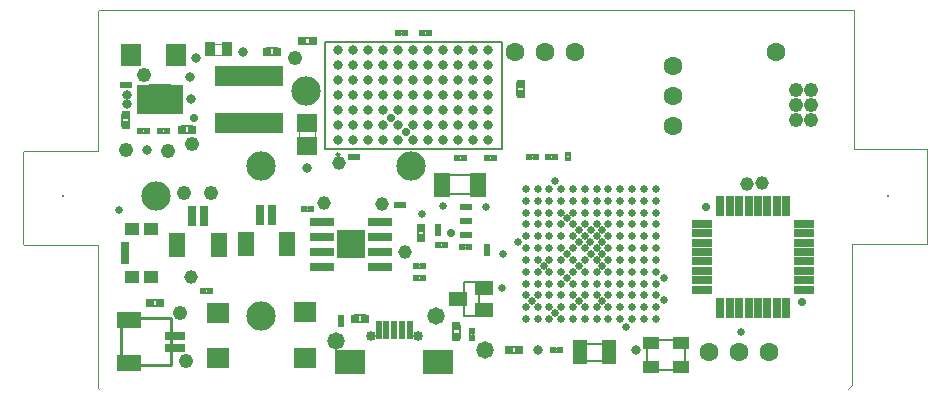
<source format=gts>
G04 Layer_Color=8388736*
%FSLAX24Y24*%
%MOIN*%
G70*
G01*
G75*
%ADD40C,0.0060*%
%ADD41C,0.0100*%
%ADD45C,0.0080*%
%ADD46C,0.0094*%
%ADD47C,0.0050*%
%ADD48C,0.0040*%
%ADD49C,0.0010*%
%ADD50C,0.0000*%
%ADD82R,0.0293X0.0316*%
%ADD83R,0.0316X0.0293*%
%ADD84R,0.0980X0.0980*%
%ADD85R,0.0830X0.0300*%
%ADD86R,0.0297X0.0671*%
%ADD87R,0.0671X0.0297*%
%ADD88R,0.0214X0.0222*%
%ADD89R,0.0237X0.0631*%
%ADD90R,0.0986X0.0828*%
%ADD91R,0.0671X0.0592*%
%ADD92R,0.0222X0.0214*%
%ADD93R,0.0692X0.0737*%
%ADD94R,0.2285X0.0690*%
%ADD95C,0.0320*%
%ADD96R,0.0789X0.0552*%
%ADD97R,0.0690X0.0316*%
%ADD98R,0.0340X0.0450*%
%ADD99R,0.0316X0.0690*%
%ADD100R,0.0552X0.0789*%
%ADD101R,0.0737X0.0692*%
%ADD102R,0.0218X0.0159*%
%ADD103R,0.0513X0.0828*%
%ADD104R,0.0726X0.1017*%
%ADD105R,0.0411X0.0186*%
%ADD106R,0.0533X0.0797*%
%ADD107R,0.0474X0.0434*%
%ADD108R,0.0297X0.0749*%
%ADD109R,0.0631X0.0474*%
%ADD110R,0.0530X0.0430*%
%ADD111C,0.0257*%
%ADD112C,0.0980*%
%ADD113C,0.0080*%
%ADD114C,0.0336*%
%ADD115C,0.0580*%
%ADD116C,0.0630*%
%ADD117C,0.0480*%
%ADD118C,0.0330*%
%ADD119C,0.0460*%
%ADD120C,0.0260*%
%ADD121C,0.0280*%
G36*
X-14311Y4081D02*
X-14351D01*
Y4160D01*
X-14311D01*
Y4081D01*
D02*
G37*
G36*
X-14509D02*
X-14548D01*
Y4160D01*
X-14509D01*
Y4081D01*
D02*
G37*
G36*
X-4690Y4193D02*
X-5084D01*
Y4372D01*
X-4690D01*
Y4193D01*
D02*
G37*
G36*
Y4507D02*
X-5084D01*
Y4688D01*
X-4690D01*
Y4507D01*
D02*
G37*
G36*
X-1540Y4193D02*
X-1929D01*
Y4372D01*
X-1540D01*
Y4193D01*
D02*
G37*
G36*
X-14519Y3701D02*
X-14558D01*
Y3780D01*
X-14519D01*
Y3701D01*
D02*
G37*
G36*
X-1540Y3563D02*
X-1927D01*
Y3741D01*
X-1540D01*
Y3563D01*
D02*
G37*
G36*
X-14321Y3701D02*
X-14361D01*
Y3780D01*
X-14321D01*
Y3701D01*
D02*
G37*
G36*
X-1540Y3878D02*
X-1926D01*
Y4057D01*
X-1540D01*
Y3878D01*
D02*
G37*
G36*
X-4690D02*
X-5084D01*
Y4057D01*
X-4690D01*
Y3878D01*
D02*
G37*
G36*
X-1540Y4507D02*
X-1925D01*
Y4688D01*
X-1540D01*
Y4507D01*
D02*
G37*
G36*
X-4690Y4822D02*
X-5085D01*
Y5004D01*
X-4690D01*
Y4822D01*
D02*
G37*
G36*
X-13582Y4790D02*
X-13621D01*
Y4869D01*
X-13582D01*
Y4790D01*
D02*
G37*
G36*
X-1540Y4822D02*
X-1929D01*
Y5003D01*
X-1540D01*
Y4822D01*
D02*
G37*
G36*
Y5137D02*
X-1927D01*
Y5319D01*
X-1540D01*
Y5137D01*
D02*
G37*
G36*
X-4690D02*
X-5083D01*
Y5318D01*
X-4690D01*
Y5137D01*
D02*
G37*
G36*
X-12989Y4741D02*
X-13028D01*
Y4820D01*
X-12989D01*
Y4741D01*
D02*
G37*
G36*
X-12141Y4552D02*
X-12220D01*
Y4591D01*
X-12141D01*
Y4552D01*
D02*
G37*
G36*
X-12791Y4741D02*
X-12831D01*
Y4820D01*
X-12791D01*
Y4741D01*
D02*
G37*
G36*
X-13779Y4790D02*
X-13819D01*
Y4869D01*
X-13779D01*
Y4790D01*
D02*
G37*
G36*
X-12141Y4749D02*
X-12220D01*
Y4789D01*
X-12141D01*
Y4749D01*
D02*
G37*
G36*
X-4690Y3563D02*
X-5085D01*
Y3741D01*
X-4690D01*
Y3563D01*
D02*
G37*
G36*
X-12192Y2573D02*
X-12423D01*
Y2754D01*
X-12192D01*
Y2573D01*
D02*
G37*
G36*
X-17001Y2379D02*
X-17080D01*
Y2419D01*
X-17001D01*
Y2379D01*
D02*
G37*
G36*
X-4322Y2670D02*
X-4503D01*
Y3059D01*
X-4322D01*
Y2670D01*
D02*
G37*
G36*
X-3692D02*
X-3874D01*
Y3056D01*
X-3692D01*
Y2670D01*
D02*
G37*
G36*
X-4007D02*
X-4190D01*
Y3056D01*
X-4007D01*
Y2670D01*
D02*
G37*
G36*
X-9742Y1280D02*
X-9781D01*
Y1359D01*
X-9742D01*
Y1280D01*
D02*
G37*
G36*
X-9939Y1280D02*
X-9979D01*
Y1359D01*
X-9939D01*
Y1280D01*
D02*
G37*
G36*
X-12661Y1722D02*
X-12740D01*
Y1761D01*
X-12661D01*
Y1722D01*
D02*
G37*
G36*
X-17001Y2182D02*
X-17080D01*
Y2221D01*
X-17001D01*
Y2182D01*
D02*
G37*
G36*
X-12661Y1919D02*
X-12740D01*
Y1958D01*
X-12661D01*
Y1919D01*
D02*
G37*
G36*
X-3377Y2670D02*
X-3558D01*
Y3056D01*
X-3377D01*
Y2670D01*
D02*
G37*
G36*
X-1540Y3248D02*
X-1926D01*
Y3425D01*
X-1540D01*
Y3248D01*
D02*
G37*
G36*
X-4690D02*
X-5086D01*
Y3424D01*
X-4690D01*
Y3248D01*
D02*
G37*
G36*
X-21609Y3261D02*
X-21648D01*
Y3340D01*
X-21609D01*
Y3261D01*
D02*
G37*
G36*
X-12192Y3315D02*
X-12423D01*
Y3494D01*
X-12192D01*
Y3315D01*
D02*
G37*
G36*
X-21412Y3261D02*
X-21451D01*
Y3340D01*
X-21412D01*
Y3261D01*
D02*
G37*
G36*
X-2748Y2670D02*
X-2927D01*
Y3056D01*
X-2748D01*
Y2670D01*
D02*
G37*
G36*
X-3063D02*
X-3242D01*
Y3057D01*
X-3063D01*
Y2670D01*
D02*
G37*
G36*
X-2433D02*
X-2611D01*
Y3057D01*
X-2433D01*
Y2670D01*
D02*
G37*
G36*
X-12983Y2944D02*
X-12984D01*
Y2944D01*
X-12984D01*
Y2944D01*
X-12984D01*
Y2944D01*
X-12984D01*
Y2944D01*
X-12984D01*
Y2944D01*
X-13213D01*
Y2944D01*
Y2944D01*
Y2944D01*
Y3124D01*
X-12983D01*
Y2944D01*
D02*
G37*
G36*
X-2118Y2670D02*
X-2295D01*
Y3056D01*
X-2118D01*
Y2670D01*
D02*
G37*
G36*
X-12969Y5141D02*
X-13008D01*
Y5220D01*
X-12969D01*
Y5141D01*
D02*
G37*
G36*
X-9909Y7731D02*
X-9948D01*
Y7810D01*
X-9909D01*
Y7731D01*
D02*
G37*
G36*
X-10106D02*
X-10145D01*
Y7810D01*
X-10106D01*
Y7731D01*
D02*
G37*
G36*
X-10746Y7741D02*
X-10785D01*
Y7820D01*
X-10746D01*
Y7741D01*
D02*
G37*
G36*
X-17904Y8075D02*
X-18476D01*
Y8370D01*
X-17904D01*
Y8075D01*
D02*
G37*
G36*
X-10549Y7741D02*
X-10588D01*
Y7820D01*
X-10549D01*
Y7741D01*
D02*
G37*
G36*
X-12952Y7700D02*
X-12991D01*
Y7779D01*
X-12952D01*
Y7700D01*
D02*
G37*
G36*
X-12146Y7700D02*
X-12186D01*
Y7779D01*
X-12146D01*
Y7700D01*
D02*
G37*
G36*
X-11949Y7700D02*
X-11988D01*
Y7779D01*
X-11949D01*
Y7700D01*
D02*
G37*
G36*
X-16502Y7710D02*
X-16541D01*
Y7789D01*
X-16502D01*
Y7710D01*
D02*
G37*
G36*
X-16698Y7710D02*
X-16738D01*
Y7789D01*
X-16698D01*
Y7710D01*
D02*
G37*
G36*
X-23719Y8601D02*
X-23758D01*
Y8680D01*
X-23719D01*
Y8601D01*
D02*
G37*
G36*
X-14319Y11861D02*
X-14358D01*
Y11940D01*
X-14319D01*
Y11861D01*
D02*
G37*
G36*
X-24102Y10121D02*
X-24141D01*
Y10200D01*
X-24102D01*
Y10121D01*
D02*
G37*
G36*
X-14121Y11861D02*
X-14161D01*
Y11940D01*
X-14121D01*
Y11861D01*
D02*
G37*
G36*
X-14912Y11870D02*
X-14951D01*
Y11949D01*
X-14912D01*
Y11870D01*
D02*
G37*
G36*
X-15109Y11870D02*
X-15149D01*
Y11949D01*
X-15109D01*
Y11870D01*
D02*
G37*
G36*
X-23049Y8601D02*
X-23088D01*
Y8680D01*
X-23049D01*
Y8601D01*
D02*
G37*
G36*
X-23522D02*
X-23561D01*
Y8680D01*
X-23522D01*
Y8601D01*
D02*
G37*
G36*
X-22851D02*
X-22891D01*
Y8680D01*
X-22851D01*
Y8601D01*
D02*
G37*
G36*
X-24299Y10121D02*
X-24338D01*
Y10200D01*
X-24299D01*
Y10121D01*
D02*
G37*
G36*
X-17904Y8645D02*
X-18475D01*
Y8940D01*
X-17904D01*
Y8645D01*
D02*
G37*
G36*
X-13149Y7700D02*
X-13189D01*
Y7779D01*
X-13149D01*
Y7700D01*
D02*
G37*
G36*
X-12772Y5601D02*
X-12811D01*
Y5680D01*
X-12772D01*
Y5601D01*
D02*
G37*
G36*
X-12969D02*
X-13008D01*
Y5680D01*
X-12969D01*
Y5601D01*
D02*
G37*
G36*
X-4322Y5820D02*
X-4506D01*
Y6215D01*
X-4322D01*
Y5820D01*
D02*
G37*
G36*
X-3692D02*
X-3874D01*
Y6215D01*
X-3692D01*
Y5820D01*
D02*
G37*
G36*
X-4007D02*
X-4189D01*
Y6213D01*
X-4007D01*
Y5820D01*
D02*
G37*
G36*
X-13771Y5212D02*
X-13850D01*
Y5251D01*
X-13771D01*
Y5212D01*
D02*
G37*
G36*
X-12771Y5141D02*
X-12811D01*
Y5220D01*
X-12771D01*
Y5141D01*
D02*
G37*
G36*
X-13771Y5409D02*
X-13850D01*
Y5449D01*
X-13771D01*
Y5409D01*
D02*
G37*
G36*
X-1540Y5452D02*
X-1927D01*
Y5635D01*
X-1540D01*
Y5452D01*
D02*
G37*
G36*
X-4690D02*
X-5086D01*
Y5636D01*
X-4690D01*
Y5452D01*
D02*
G37*
G36*
X-3377Y5820D02*
X-3558D01*
Y6214D01*
X-3377D01*
Y5820D01*
D02*
G37*
G36*
X-12959Y6061D02*
X-12998D01*
Y6140D01*
X-12959D01*
Y6061D01*
D02*
G37*
G36*
X-18052Y5980D02*
X-18091D01*
Y6059D01*
X-18052D01*
Y5980D01*
D02*
G37*
G36*
X-12761Y6061D02*
X-12801D01*
Y6140D01*
X-12761D01*
Y6061D01*
D02*
G37*
G36*
X-14972Y6141D02*
X-15012D01*
Y6220D01*
X-14972D01*
Y6141D01*
D02*
G37*
G36*
X-15169D02*
X-15208D01*
Y6220D01*
X-15169D01*
Y6141D01*
D02*
G37*
G36*
X-2748Y5820D02*
X-2927D01*
Y6215D01*
X-2748D01*
Y5820D01*
D02*
G37*
G36*
X-3063D02*
X-3242D01*
Y6213D01*
X-3063D01*
Y5820D01*
D02*
G37*
G36*
X-2433D02*
X-2611D01*
Y6216D01*
X-2433D01*
Y5820D01*
D02*
G37*
G36*
X-18249Y5980D02*
X-18289D01*
Y6059D01*
X-18249D01*
Y5980D01*
D02*
G37*
G36*
X-2118Y5820D02*
X-2297D01*
Y6211D01*
X-2118D01*
Y5820D01*
D02*
G37*
D40*
X-12963Y2474D02*
Y3594D01*
Y2474D02*
X-12443D01*
Y3594D01*
X-12963D02*
X-12443D01*
D41*
X-24394Y2397D02*
X-22720D01*
X-24394Y823D02*
Y2397D01*
Y823D02*
X-22720D01*
Y2397D01*
D45*
X-9558Y7909D02*
X-9420D01*
X-9558Y7653D02*
Y7909D01*
Y7653D02*
X-9420D01*
Y7909D01*
D46*
X-17112Y7851D02*
G03*
X-17112Y7851I-47J0D01*
G01*
D47*
X-18379Y11520D02*
Y11740D01*
X-17961D01*
Y11520D02*
Y11740D01*
X-18379Y11520D02*
X-17961D01*
X-11170Y9831D02*
X-10950D01*
X-11170D02*
Y10249D01*
X-10950D01*
Y9831D02*
Y10249D01*
X-12772Y5581D02*
Y5699D01*
X-13008D02*
X-12772D01*
X-13008Y5581D02*
Y5699D01*
Y5581D02*
X-12772D01*
X-12759Y1958D02*
X-12641D01*
X-12759Y1722D02*
Y1958D01*
Y1722D02*
X-12641D01*
Y1958D01*
X-14490Y5438D02*
X-14270D01*
Y5021D02*
Y5438D01*
X-14490Y5021D02*
X-14270D01*
X-14490D02*
Y5438D01*
X-12792Y4721D02*
Y4839D01*
X-13028D02*
X-12792D01*
X-13028Y4721D02*
Y4839D01*
Y4721D02*
X-12792D01*
X-13008Y5121D02*
X-12772D01*
X-13008D02*
Y5239D01*
X-12772D01*
Y5121D02*
Y5239D01*
X-16981Y2182D02*
Y2418D01*
X-17099Y2182D02*
X-16981D01*
X-17099D02*
Y2418D01*
X-16981D01*
X-16629Y2490D02*
X-16212D01*
X-16629Y2270D02*
Y2490D01*
Y2270D02*
X-16212D01*
Y2490D01*
X-24102Y10101D02*
Y10219D01*
X-24338D02*
X-24102D01*
X-24338Y10101D02*
Y10219D01*
Y10101D02*
X-24102D01*
X-24340Y8791D02*
X-24120D01*
X-24340D02*
Y9209D01*
X-24120D01*
Y8791D02*
Y9209D01*
X-23088Y8581D02*
X-22852D01*
X-23088D02*
Y8699D01*
X-22852D01*
Y8581D02*
Y8699D01*
X-23758Y8581D02*
X-23522D01*
X-23758D02*
Y8699D01*
X-23522D01*
Y8581D02*
Y8699D01*
X-19558Y11170D02*
X-19141D01*
Y11390D01*
X-19558D02*
X-19141D01*
X-19558Y11170D02*
Y11390D01*
X-22399Y8790D02*
X-21981D01*
X-22399Y8570D02*
Y8790D01*
Y8570D02*
X-21981D01*
Y8790D01*
X-15148Y11969D02*
X-14912D01*
Y11851D02*
Y11969D01*
X-15148Y11851D02*
X-14912D01*
X-15148D02*
Y11969D01*
X-16738Y7691D02*
Y7809D01*
Y7691D02*
X-16502D01*
Y7809D01*
X-16738D02*
X-16502D01*
X-13188Y7681D02*
Y7799D01*
Y7681D02*
X-12952D01*
Y7799D01*
X-13188D02*
X-12952D01*
X-23448Y2790D02*
X-23031D01*
Y3010D01*
X-23448D02*
X-23031D01*
X-23448Y2790D02*
Y3010D01*
X-17593Y8048D02*
Y11592D01*
X-11687D01*
Y8048D02*
Y11592D01*
X-17593Y8048D02*
X-11687D01*
X-14358Y11841D02*
X-14122D01*
X-14358D02*
Y11959D01*
X-14122D01*
Y11841D02*
Y11959D01*
X-11498Y1220D02*
X-11081D01*
Y1440D01*
X-11498D02*
X-11081D01*
X-11498Y1220D02*
Y1440D01*
X-12185Y7799D02*
X-11949D01*
Y7681D02*
Y7799D01*
X-12185Y7681D02*
X-11949D01*
X-12185D02*
Y7799D01*
X-13751Y5212D02*
Y5448D01*
X-13869Y5212D02*
X-13751D01*
X-13869D02*
Y5448D01*
X-13751D01*
X-13320Y1741D02*
X-13100D01*
X-13320D02*
Y2159D01*
X-13100D01*
Y1741D02*
Y2159D01*
X-12762Y6041D02*
Y6159D01*
X-12998D02*
X-12762D01*
X-12998Y6041D02*
Y6159D01*
Y6041D02*
X-12762D01*
X-13818Y4771D02*
Y4889D01*
Y4771D02*
X-13582D01*
Y4889D01*
X-13818D02*
X-13582D01*
X-21412Y3241D02*
Y3359D01*
X-21648D02*
X-21412D01*
X-21648Y3241D02*
Y3359D01*
Y3241D02*
X-21412D01*
X-14558Y3681D02*
X-14322D01*
X-14558D02*
Y3799D01*
X-14322D01*
Y3681D02*
Y3799D01*
X-14548Y4061D02*
X-14312D01*
X-14548D02*
Y4179D01*
X-14312D01*
Y4061D02*
Y4179D01*
X-9978Y1261D02*
Y1379D01*
Y1261D02*
X-9742D01*
Y1379D01*
X-9978D02*
X-9742D01*
X-9909Y7711D02*
Y7829D01*
X-10145D02*
X-9909D01*
X-10145Y7711D02*
Y7829D01*
Y7711D02*
X-9909D01*
X-9232Y1545D02*
X-7972D01*
Y955D02*
Y1545D01*
X-9232Y955D02*
X-7972D01*
X-9232D02*
Y1545D01*
X-18288Y5961D02*
Y6079D01*
Y5961D02*
X-18052D01*
Y6079D01*
X-18288D02*
X-18052D01*
X-14972Y6121D02*
Y6239D01*
X-15208D02*
X-14972D01*
X-15208Y6121D02*
Y6239D01*
Y6121D02*
X-14972D01*
X-13715Y6525D02*
Y7155D01*
Y6525D02*
X-12455D01*
Y7155D01*
X-13715D02*
X-12455D01*
X-10785Y7721D02*
X-10549D01*
X-10785D02*
Y7839D01*
X-10549D01*
Y7721D02*
Y7839D01*
X-6840Y668D02*
X-5580D01*
X-6840D02*
Y1652D01*
X-5580D01*
Y668D02*
Y1652D01*
X-12239Y4788D02*
X-12121D01*
X-12239Y4552D02*
Y4788D01*
Y4552D02*
X-12121D01*
Y4788D01*
D48*
X-18450Y8360D02*
Y8650D01*
X-17930Y8360D02*
Y8660D01*
D49*
X-27610Y4820D02*
X-25160D01*
Y70D02*
Y4820D01*
X-10Y4870D02*
X2490D01*
Y8020D01*
X40D02*
X2490D01*
X40D02*
Y12670D01*
X-27660Y4870D02*
X-27610Y4820D01*
X-27660Y4870D02*
Y7930D01*
X-27620Y7970D01*
X-25190D01*
X-25160D01*
Y12620D01*
X-25110Y12670D02*
X40D01*
X-10Y170D02*
Y4870D01*
X-160Y20D02*
X-10Y170D01*
X-25160Y70D02*
X-25110Y20D01*
X-25160Y12620D02*
X-25110Y12670D01*
D50*
X-21290Y11160D02*
Y11540D01*
X-21480D02*
X-21290D01*
X-21480Y11160D02*
X-21290D01*
X-20990D02*
Y11540D01*
Y11160D02*
X-20800D01*
X-20990Y11540D02*
X-20800D01*
X-21290Y11160D02*
X-20990D01*
X-20800D02*
Y11540D01*
X-21290D02*
X-20990D01*
X-21480Y11160D02*
Y11540D01*
D82*
X-18339Y11630D02*
D03*
X-18001D02*
D03*
X-16590Y2380D02*
D03*
X-16251D02*
D03*
X-19180Y11280D02*
D03*
X-19519D02*
D03*
X-22359Y8680D02*
D03*
X-22021D02*
D03*
X-23070Y2900D02*
D03*
X-23409D02*
D03*
X-11120Y1330D02*
D03*
X-11459D02*
D03*
D83*
X-11060Y9871D02*
D03*
Y10209D02*
D03*
X-14380Y5399D02*
D03*
Y5060D02*
D03*
X-24230Y8831D02*
D03*
Y9169D02*
D03*
X-13210Y1781D02*
D03*
Y2119D02*
D03*
D84*
X-16720Y4860D02*
D03*
D85*
X-17700Y4110D02*
D03*
Y4610D02*
D03*
Y5110D02*
D03*
Y5610D02*
D03*
X-15740D02*
D03*
Y5110D02*
D03*
Y4610D02*
D03*
Y4110D02*
D03*
D86*
X-2208Y6133D02*
D03*
X-2523D02*
D03*
X-2838D02*
D03*
X-3153D02*
D03*
X-3467D02*
D03*
X-3782D02*
D03*
X-4097D02*
D03*
X-4412D02*
D03*
Y2747D02*
D03*
X-4097D02*
D03*
X-3782D02*
D03*
X-3467D02*
D03*
X-3153D02*
D03*
X-2838D02*
D03*
X-2523D02*
D03*
X-2208D02*
D03*
D87*
X-5003Y5542D02*
D03*
Y5227D02*
D03*
Y4912D02*
D03*
Y4597D02*
D03*
Y4283D02*
D03*
Y3968D02*
D03*
Y3653D02*
D03*
Y3338D02*
D03*
X-1617D02*
D03*
Y3653D02*
D03*
Y3968D02*
D03*
Y4283D02*
D03*
Y4597D02*
D03*
Y4912D02*
D03*
Y5227D02*
D03*
Y5542D02*
D03*
D88*
X-13000Y5640D02*
D03*
X-12780D02*
D03*
X-13020Y4780D02*
D03*
X-12800D02*
D03*
X-12780Y5180D02*
D03*
X-13000D02*
D03*
X-24330Y10160D02*
D03*
X-24110D02*
D03*
X-22860Y8640D02*
D03*
X-23080D02*
D03*
X-23530D02*
D03*
X-23750D02*
D03*
X-15140Y11910D02*
D03*
X-14920D02*
D03*
X-16510Y7750D02*
D03*
X-16730D02*
D03*
X-12960Y7740D02*
D03*
X-13180D02*
D03*
X-14130Y11900D02*
D03*
X-14350D02*
D03*
X-12177Y7740D02*
D03*
X-11957D02*
D03*
X-12990Y6100D02*
D03*
X-12770D02*
D03*
X-13590Y4830D02*
D03*
X-13810D02*
D03*
X-21640Y3300D02*
D03*
X-21420D02*
D03*
X-14550Y3740D02*
D03*
X-14540Y4120D02*
D03*
X-9750Y1320D02*
D03*
X-9970D02*
D03*
X-10137Y7770D02*
D03*
X-9917D02*
D03*
X-18060Y6020D02*
D03*
X-18280D02*
D03*
X-15200Y6180D02*
D03*
X-14980D02*
D03*
X-10557Y7780D02*
D03*
X-10777D02*
D03*
X-14320Y4120D02*
D03*
X-14330Y3740D02*
D03*
D89*
X-15792Y2003D02*
D03*
X-15536D02*
D03*
X-15280D02*
D03*
X-15024D02*
D03*
X-14768D02*
D03*
D90*
X-16756Y920D02*
D03*
X-13804D02*
D03*
D91*
X-18190Y8136D02*
D03*
Y8884D02*
D03*
D92*
X-12700Y1730D02*
D03*
Y1950D02*
D03*
X-17040Y2410D02*
D03*
Y2190D02*
D03*
X-13810Y5440D02*
D03*
Y5220D02*
D03*
X-12180Y4560D02*
D03*
Y4780D02*
D03*
D93*
X-24050Y11180D02*
D03*
X-22542D02*
D03*
D94*
X-20110Y8895D02*
D03*
Y10470D02*
D03*
D95*
X-17140Y8320D02*
D03*
Y8820D02*
D03*
Y9320D02*
D03*
Y9820D02*
D03*
Y10320D02*
D03*
Y10820D02*
D03*
Y11320D02*
D03*
X-16640Y8320D02*
D03*
X-16140D02*
D03*
X-15640D02*
D03*
X-15140D02*
D03*
X-14640D02*
D03*
X-14140D02*
D03*
X-13640D02*
D03*
X-13140D02*
D03*
X-12640D02*
D03*
X-12140D02*
D03*
X-16640Y8820D02*
D03*
Y9320D02*
D03*
Y9820D02*
D03*
Y10320D02*
D03*
Y10820D02*
D03*
Y11320D02*
D03*
X-16140Y8820D02*
D03*
Y9320D02*
D03*
Y9820D02*
D03*
Y10320D02*
D03*
Y10820D02*
D03*
Y11320D02*
D03*
X-15640Y8820D02*
D03*
Y9320D02*
D03*
Y9820D02*
D03*
Y10320D02*
D03*
Y10820D02*
D03*
Y11320D02*
D03*
X-15140Y8820D02*
D03*
Y9320D02*
D03*
Y9820D02*
D03*
Y10320D02*
D03*
Y10820D02*
D03*
Y11320D02*
D03*
X-14640Y8820D02*
D03*
Y9320D02*
D03*
Y9820D02*
D03*
Y10320D02*
D03*
Y10820D02*
D03*
Y11320D02*
D03*
X-14140Y8820D02*
D03*
Y9320D02*
D03*
Y9820D02*
D03*
Y10320D02*
D03*
Y10820D02*
D03*
Y11320D02*
D03*
X-13640Y8820D02*
D03*
Y9320D02*
D03*
Y9820D02*
D03*
Y10320D02*
D03*
Y10820D02*
D03*
Y11320D02*
D03*
X-13140Y8820D02*
D03*
Y9320D02*
D03*
Y9820D02*
D03*
Y10320D02*
D03*
Y10820D02*
D03*
Y11320D02*
D03*
X-12640Y8820D02*
D03*
Y9320D02*
D03*
Y9820D02*
D03*
Y10320D02*
D03*
Y10820D02*
D03*
Y11320D02*
D03*
X-12140Y8820D02*
D03*
Y9320D02*
D03*
Y9820D02*
D03*
Y10320D02*
D03*
Y10820D02*
D03*
Y11320D02*
D03*
D96*
X-24118Y901D02*
D03*
Y2319D02*
D03*
D97*
X-22592Y1413D02*
D03*
Y1807D02*
D03*
D98*
X-21420Y11350D02*
D03*
X-20860D02*
D03*
D99*
X-19363Y5828D02*
D03*
X-19756Y5828D02*
D03*
X-21633Y5798D02*
D03*
X-22026Y5798D02*
D03*
D100*
X-18860Y4870D02*
D03*
X-20234D02*
D03*
X-21130Y4840D02*
D03*
X-22504D02*
D03*
D101*
X-21160Y2580D02*
D03*
Y1072D02*
D03*
X-18240Y2584D02*
D03*
Y1076D02*
D03*
D102*
X-9490Y7703D02*
D03*
Y7860D02*
D03*
D103*
X-8110Y1250D02*
D03*
X-9094D02*
D03*
D104*
X-23087Y9683D02*
D03*
D105*
X-22520Y10077D02*
D03*
Y9880D02*
D03*
Y9683D02*
D03*
Y9486D02*
D03*
Y9289D02*
D03*
X-23654D02*
D03*
Y9486D02*
D03*
Y9683D02*
D03*
Y9880D02*
D03*
Y10077D02*
D03*
D106*
X-13670Y6840D02*
D03*
X-12501D02*
D03*
D107*
X-24005Y3753D02*
D03*
X-23375D02*
D03*
Y5367D02*
D03*
X-24005D02*
D03*
D108*
X-24251Y4560D02*
D03*
D109*
X-12270Y2660D02*
D03*
Y3408D02*
D03*
X-13136Y3034D02*
D03*
D110*
X-5710Y760D02*
D03*
X-6710D02*
D03*
X-5710Y1560D02*
D03*
X-6710D02*
D03*
D111*
X-10895Y6697D02*
D03*
X-10501D02*
D03*
X-10107D02*
D03*
X-9714D02*
D03*
X-9320D02*
D03*
X-8926D02*
D03*
X-8533D02*
D03*
X-8139D02*
D03*
X-7745D02*
D03*
X-7351D02*
D03*
X-6958D02*
D03*
X-6564D02*
D03*
X-10895Y6304D02*
D03*
X-10501D02*
D03*
X-10107D02*
D03*
X-9714D02*
D03*
X-9320D02*
D03*
X-8926D02*
D03*
X-8533D02*
D03*
X-8139D02*
D03*
X-7745D02*
D03*
X-7351D02*
D03*
X-6958D02*
D03*
X-6564D02*
D03*
X-10895Y5910D02*
D03*
X-10501D02*
D03*
X-10107D02*
D03*
X-9714D02*
D03*
X-9320D02*
D03*
X-8926D02*
D03*
X-8533D02*
D03*
X-8139D02*
D03*
X-7745D02*
D03*
X-7351D02*
D03*
X-6958D02*
D03*
X-6564D02*
D03*
X-10895Y5516D02*
D03*
X-10501D02*
D03*
X-10107D02*
D03*
X-9714D02*
D03*
X-9320D02*
D03*
X-8926D02*
D03*
X-8533D02*
D03*
X-8139D02*
D03*
X-7745D02*
D03*
X-7351D02*
D03*
X-6958D02*
D03*
X-6564D02*
D03*
X-10895Y5123D02*
D03*
Y4729D02*
D03*
Y4335D02*
D03*
Y3941D02*
D03*
Y3548D02*
D03*
Y3154D02*
D03*
Y2760D02*
D03*
Y2367D02*
D03*
X-10501Y5123D02*
D03*
Y4729D02*
D03*
Y4335D02*
D03*
Y3941D02*
D03*
Y3548D02*
D03*
Y3154D02*
D03*
Y2760D02*
D03*
Y2367D02*
D03*
X-10107Y5123D02*
D03*
Y4729D02*
D03*
Y4335D02*
D03*
Y3941D02*
D03*
Y3548D02*
D03*
Y3154D02*
D03*
Y2760D02*
D03*
Y2367D02*
D03*
X-9714Y5123D02*
D03*
Y4729D02*
D03*
Y4335D02*
D03*
Y3941D02*
D03*
Y3548D02*
D03*
Y3154D02*
D03*
Y2760D02*
D03*
Y2367D02*
D03*
X-9320Y5123D02*
D03*
Y4729D02*
D03*
Y4335D02*
D03*
Y3941D02*
D03*
Y3548D02*
D03*
Y3154D02*
D03*
Y2760D02*
D03*
Y2367D02*
D03*
X-8926Y5123D02*
D03*
Y4729D02*
D03*
Y4335D02*
D03*
Y3941D02*
D03*
Y3548D02*
D03*
Y3154D02*
D03*
Y2760D02*
D03*
Y2367D02*
D03*
X-8533Y5123D02*
D03*
Y4729D02*
D03*
Y4335D02*
D03*
Y3941D02*
D03*
Y3548D02*
D03*
Y3154D02*
D03*
Y2760D02*
D03*
Y2367D02*
D03*
X-8139Y5123D02*
D03*
Y4729D02*
D03*
Y4335D02*
D03*
Y3941D02*
D03*
Y3548D02*
D03*
Y3154D02*
D03*
Y2760D02*
D03*
Y2367D02*
D03*
X-7745Y5123D02*
D03*
Y4729D02*
D03*
Y4335D02*
D03*
Y3941D02*
D03*
Y3548D02*
D03*
Y3154D02*
D03*
Y2760D02*
D03*
Y2367D02*
D03*
X-7351Y5123D02*
D03*
Y4729D02*
D03*
Y4335D02*
D03*
Y3941D02*
D03*
Y3548D02*
D03*
Y3154D02*
D03*
Y2760D02*
D03*
Y2367D02*
D03*
X-6958Y5123D02*
D03*
Y4729D02*
D03*
Y4335D02*
D03*
Y3941D02*
D03*
Y3548D02*
D03*
Y3154D02*
D03*
Y2760D02*
D03*
Y2367D02*
D03*
X-6564Y5123D02*
D03*
Y4729D02*
D03*
Y4335D02*
D03*
Y3941D02*
D03*
Y3548D02*
D03*
Y3154D02*
D03*
Y2760D02*
D03*
Y2367D02*
D03*
D112*
X-19710Y7460D02*
D03*
X-23210Y6460D02*
D03*
X-19710Y2460D02*
D03*
X-18210Y9960D02*
D03*
X-14710Y7460D02*
D03*
D113*
X-26320Y6460D02*
D03*
X1180D02*
D03*
D114*
X-16067Y1806D02*
D03*
X-14493D02*
D03*
D115*
X-12250Y1340D02*
D03*
X-13880Y2480D02*
D03*
X-17210Y1640D02*
D03*
D116*
X-11250Y11250D02*
D03*
X-10250D02*
D03*
X-9250D02*
D03*
X-6000Y10800D02*
D03*
Y9800D02*
D03*
Y8800D02*
D03*
X-4800Y1250D02*
D03*
X-3800D02*
D03*
X-2550Y11250D02*
D03*
X-2800Y1250D02*
D03*
D117*
X-1900Y10000D02*
D03*
X-1400D02*
D03*
Y9500D02*
D03*
Y9000D02*
D03*
X-1900D02*
D03*
Y9500D02*
D03*
X-18570Y11080D02*
D03*
X-21380Y6570D02*
D03*
X-24220Y8010D02*
D03*
X-22830Y7980D02*
D03*
X-22280Y6570D02*
D03*
X-22430Y2560D02*
D03*
X-22230Y970D02*
D03*
X-22010Y8190D02*
D03*
X-23610Y10510D02*
D03*
D118*
X-18200Y7400D02*
D03*
X-10490Y1330D02*
D03*
X-7220D02*
D03*
X-23510Y7990D02*
D03*
X-22090Y10420D02*
D03*
X-24170Y9520D02*
D03*
Y9830D02*
D03*
X-21880Y11070D02*
D03*
X-20320Y11280D02*
D03*
X-22043Y9683D02*
D03*
D119*
X-17630Y6240D02*
D03*
X-15700Y6190D02*
D03*
X-14930Y4600D02*
D03*
X-17110Y7550D02*
D03*
X-3510Y6880D02*
D03*
X-3010Y6890D02*
D03*
X-22050Y3770D02*
D03*
D120*
X-14360Y5870D02*
D03*
X-9930Y6970D02*
D03*
X-13640Y6140D02*
D03*
X-11698Y3408D02*
D03*
X-12230Y6110D02*
D03*
X-9130Y2960D02*
D03*
X-11660Y4530D02*
D03*
X-9510Y4525D02*
D03*
X-9530Y3731D02*
D03*
X-10300Y4140D02*
D03*
X-10700Y2960D02*
D03*
X-9120Y4140D02*
D03*
X-8340Y4130D02*
D03*
Y4540D02*
D03*
X-8730Y4530D02*
D03*
X-11150Y4920D02*
D03*
X-8340Y4930D02*
D03*
X-8740Y4940D02*
D03*
X-9130Y4930D02*
D03*
X-8340Y5320D02*
D03*
X-8730D02*
D03*
X-9120D02*
D03*
X-9910Y2560D02*
D03*
X-6300Y3000D02*
D03*
X-7550Y2110D02*
D03*
X-8340Y2950D02*
D03*
X-6280Y3716D02*
D03*
X-3730Y1930D02*
D03*
X-24460Y6000D02*
D03*
X-9520Y5730D02*
D03*
D121*
X-14870Y8600D02*
D03*
X-4880Y6090D02*
D03*
X-1700Y2940D02*
D03*
X-15400Y9050D02*
D03*
X-21960Y9070D02*
D03*
X-13380Y5220D02*
D03*
M02*

</source>
